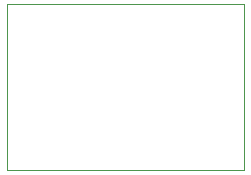
<source format=gbr>
%TF.GenerationSoftware,KiCad,Pcbnew,(7.0.0)*%
%TF.CreationDate,2023-08-07T09:26:35+02:00*%
%TF.ProjectId,PCH-2xxxJIG_0805_Nano,5043482d-3278-4787-984a-49475f303830,rev?*%
%TF.SameCoordinates,Original*%
%TF.FileFunction,Profile,NP*%
%FSLAX46Y46*%
G04 Gerber Fmt 4.6, Leading zero omitted, Abs format (unit mm)*
G04 Created by KiCad (PCBNEW (7.0.0)) date 2023-08-07 09:26:35*
%MOMM*%
%LPD*%
G01*
G04 APERTURE LIST*
%TA.AperFunction,Profile*%
%ADD10C,0.100000*%
%TD*%
G04 APERTURE END LIST*
D10*
X58860000Y-31000000D02*
X79000000Y-31000000D01*
X79000000Y-31000000D02*
X79000000Y-45040000D01*
X79000000Y-45040000D02*
X58860000Y-45040000D01*
X58860000Y-45040000D02*
X58860000Y-31000000D01*
M02*

</source>
